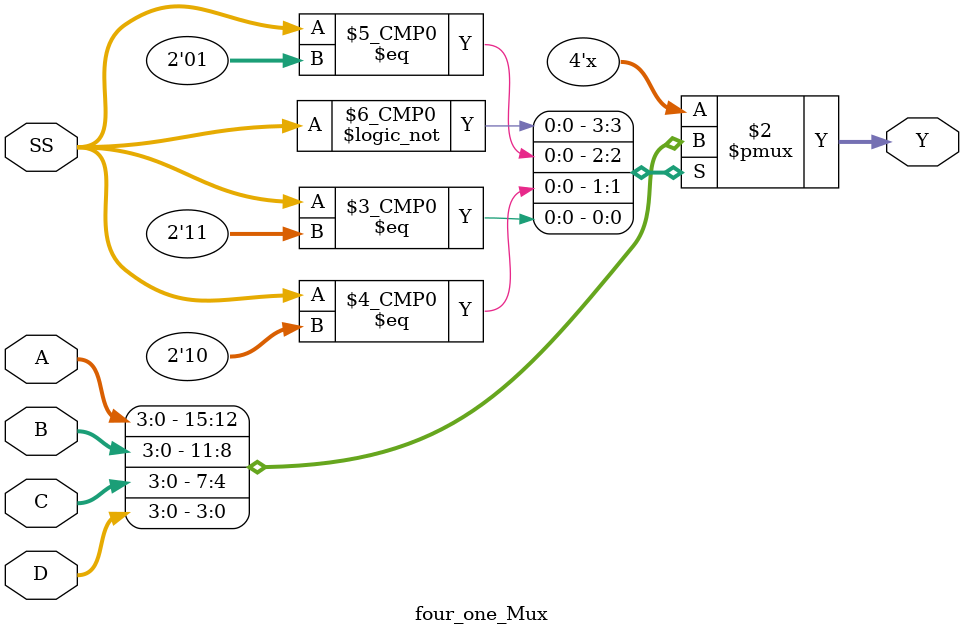
<source format=v>
`timescale 1ns / 1ps


module four_one_Mux(
    input [3:0] A,
    input [3:0] B,
    input [3:0] C,
    input [3:0] D,
    input [1:0] SS,
    output reg [3:0] Y
    );
    always @(A or B or C or D or SS)
    begin
    case(SS)
    2'b00: Y = A ;
    2'b01: Y = B;
    2'b10: Y = C;
    2'b11: Y = D;
    endcase
    end
    
endmodule

</source>
